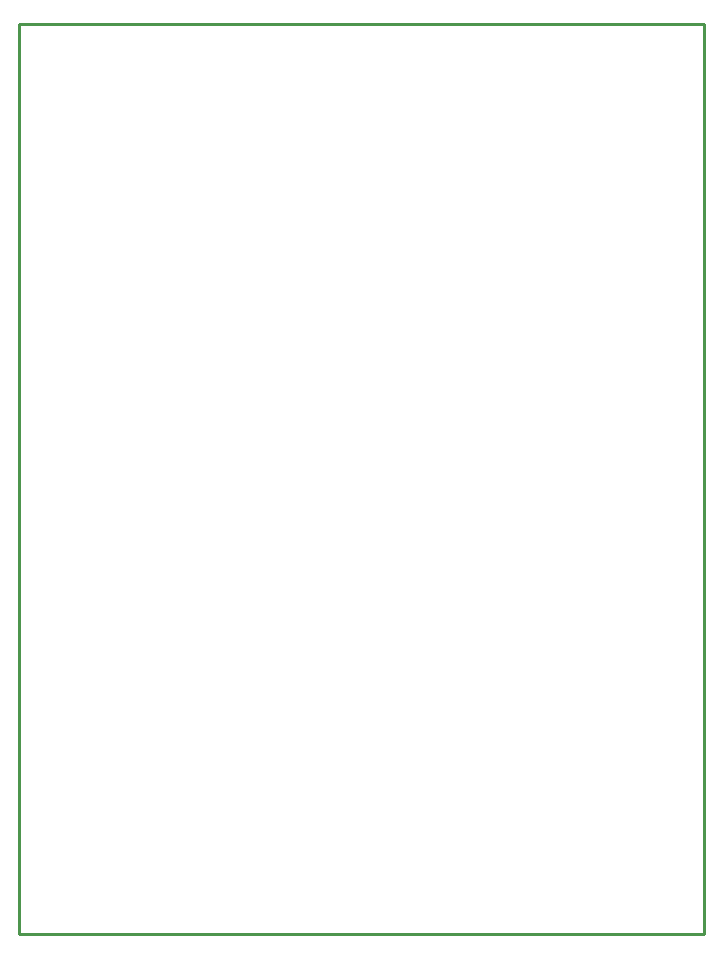
<source format=gko>
G04 EAGLE Gerber RS-274X export*
G75*
%MOMM*%
%FSLAX34Y34*%
%LPD*%
%INBoard Outline*%
%IPPOS*%
%AMOC8*
5,1,8,0,0,1.08239X$1,22.5*%
G01*
%ADD10C,0.000000*%
%ADD11C,0.254000*%


D10*
X0Y0D02*
X580000Y0D01*
X580000Y770000D01*
X0Y770000D01*
X0Y0D01*
D11*
X0Y0D02*
X580000Y0D01*
X580000Y770000D01*
X0Y770000D01*
X0Y0D01*
M02*

</source>
